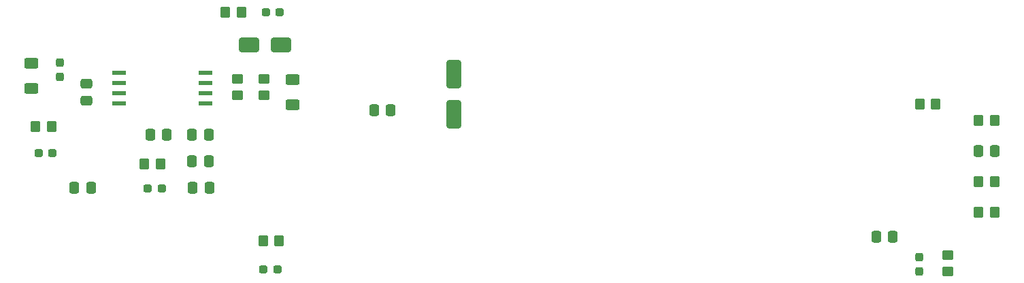
<source format=gbr>
%TF.GenerationSoftware,KiCad,Pcbnew,8.0.7*%
%TF.CreationDate,2025-03-02T22:18:17-05:00*%
%TF.ProjectId,Buck_Converter,4275636b-5f43-46f6-9e76-65727465722e,v0*%
%TF.SameCoordinates,Original*%
%TF.FileFunction,Paste,Top*%
%TF.FilePolarity,Positive*%
%FSLAX46Y46*%
G04 Gerber Fmt 4.6, Leading zero omitted, Abs format (unit mm)*
G04 Created by KiCad (PCBNEW 8.0.7) date 2025-03-02 22:18:17*
%MOMM*%
%LPD*%
G01*
G04 APERTURE LIST*
G04 Aperture macros list*
%AMRoundRect*
0 Rectangle with rounded corners*
0 $1 Rounding radius*
0 $2 $3 $4 $5 $6 $7 $8 $9 X,Y pos of 4 corners*
0 Add a 4 corners polygon primitive as box body*
4,1,4,$2,$3,$4,$5,$6,$7,$8,$9,$2,$3,0*
0 Add four circle primitives for the rounded corners*
1,1,$1+$1,$2,$3*
1,1,$1+$1,$4,$5*
1,1,$1+$1,$6,$7*
1,1,$1+$1,$8,$9*
0 Add four rect primitives between the rounded corners*
20,1,$1+$1,$2,$3,$4,$5,0*
20,1,$1+$1,$4,$5,$6,$7,0*
20,1,$1+$1,$6,$7,$8,$9,0*
20,1,$1+$1,$8,$9,$2,$3,0*%
G04 Aperture macros list end*
%ADD10RoundRect,0.237500X-0.287500X-0.237500X0.287500X-0.237500X0.287500X0.237500X-0.287500X0.237500X0*%
%ADD11RoundRect,0.250000X-0.337500X-0.475000X0.337500X-0.475000X0.337500X0.475000X-0.337500X0.475000X0*%
%ADD12RoundRect,0.250000X-1.000000X-0.650000X1.000000X-0.650000X1.000000X0.650000X-1.000000X0.650000X0*%
%ADD13RoundRect,0.250000X0.475000X-0.337500X0.475000X0.337500X-0.475000X0.337500X-0.475000X-0.337500X0*%
%ADD14RoundRect,0.250000X-0.350000X-0.450000X0.350000X-0.450000X0.350000X0.450000X-0.350000X0.450000X0*%
%ADD15RoundRect,0.250000X0.350000X0.450000X-0.350000X0.450000X-0.350000X-0.450000X0.350000X-0.450000X0*%
%ADD16RoundRect,0.250000X0.625000X-0.400000X0.625000X0.400000X-0.625000X0.400000X-0.625000X-0.400000X0*%
%ADD17RoundRect,0.250000X0.450000X-0.350000X0.450000X0.350000X-0.450000X0.350000X-0.450000X-0.350000X0*%
%ADD18RoundRect,0.237500X-0.237500X0.300000X-0.237500X-0.300000X0.237500X-0.300000X0.237500X0.300000X0*%
%ADD19RoundRect,0.237500X0.287500X0.237500X-0.287500X0.237500X-0.287500X-0.237500X0.287500X-0.237500X0*%
%ADD20RoundRect,0.250000X0.337500X0.475000X-0.337500X0.475000X-0.337500X-0.475000X0.337500X-0.475000X0*%
%ADD21RoundRect,0.250000X0.650000X-1.500000X0.650000X1.500000X-0.650000X1.500000X-0.650000X-1.500000X0*%
%ADD22RoundRect,0.237500X0.237500X-0.287500X0.237500X0.287500X-0.237500X0.287500X-0.237500X-0.287500X0*%
%ADD23R,1.701800X0.558800*%
G04 APERTURE END LIST*
D10*
%TO.C,D3*%
X53989000Y-118110000D03*
X55739000Y-118110000D03*
%TD*%
D11*
%TO.C,C11*%
X45152500Y-104648000D03*
X47227500Y-104648000D03*
%TD*%
D12*
%TO.C,D6*%
X52185200Y-90170000D03*
X56185200Y-90170000D03*
%TD*%
D13*
%TO.C,C8*%
X32004000Y-97049500D03*
X32004000Y-94974500D03*
%TD*%
D14*
%TO.C,R5*%
X39220000Y-104942000D03*
X41220000Y-104942000D03*
%TD*%
D15*
%TO.C,R13*%
X51257200Y-86106000D03*
X49257200Y-86106000D03*
%TD*%
D16*
%TO.C,R12*%
X57607200Y-97588000D03*
X57607200Y-94488000D03*
%TD*%
D17*
%TO.C,R10*%
X54051200Y-96370000D03*
X54051200Y-94370000D03*
%TD*%
D10*
%TO.C,D2*%
X39637500Y-107998000D03*
X41387500Y-107998000D03*
%TD*%
D15*
%TO.C,R4*%
X137668000Y-97536000D03*
X135668000Y-97536000D03*
%TD*%
D10*
%TO.C,D7*%
X54305200Y-86106000D03*
X56055200Y-86106000D03*
%TD*%
D17*
%TO.C,R11*%
X50749200Y-96370000D03*
X50749200Y-94370000D03*
%TD*%
D18*
%TO.C,C9*%
X28702000Y-92355500D03*
X28702000Y-94080500D03*
%TD*%
D11*
%TO.C,C10*%
X45132500Y-101346000D03*
X47207500Y-101346000D03*
%TD*%
D19*
%TO.C,D5*%
X27783000Y-103632000D03*
X26033000Y-103632000D03*
%TD*%
D15*
%TO.C,R2*%
X145018000Y-110998000D03*
X143018000Y-110998000D03*
%TD*%
D20*
%TO.C,C7*%
X42001500Y-101346000D03*
X39926500Y-101346000D03*
%TD*%
D11*
%TO.C,C4*%
X67796500Y-98298000D03*
X69871500Y-98298000D03*
%TD*%
D15*
%TO.C,R1*%
X145018000Y-107188000D03*
X143018000Y-107188000D03*
%TD*%
D11*
%TO.C,C12*%
X45239000Y-107950000D03*
X47314000Y-107950000D03*
%TD*%
D15*
%TO.C,R3*%
X145002000Y-99568000D03*
X143002000Y-99568000D03*
%TD*%
D16*
%TO.C,R9*%
X25146000Y-95556000D03*
X25146000Y-92456000D03*
%TD*%
D17*
%TO.C,R7*%
X139192000Y-118332000D03*
X139192000Y-116332000D03*
%TD*%
D21*
%TO.C,D1*%
X77724000Y-98766000D03*
X77724000Y-93766000D03*
%TD*%
D11*
%TO.C,C6*%
X30507000Y-107950000D03*
X32582000Y-107950000D03*
%TD*%
D15*
%TO.C,R8*%
X27670000Y-100330000D03*
X25670000Y-100330000D03*
%TD*%
D22*
%TO.C,D4*%
X135636000Y-118345000D03*
X135636000Y-116595000D03*
%TD*%
D14*
%TO.C,R6*%
X53977000Y-114554000D03*
X55977000Y-114554000D03*
%TD*%
D11*
%TO.C,C1*%
X142959000Y-103378000D03*
X145034000Y-103378000D03*
%TD*%
%TO.C,C2*%
X130259000Y-114046000D03*
X132334000Y-114046000D03*
%TD*%
D23*
%TO.C,U3*%
X36017200Y-93599000D03*
X36017200Y-94869000D03*
X36017200Y-96139000D03*
X36017200Y-97409000D03*
X46786800Y-97409000D03*
X46786800Y-96139000D03*
X46786800Y-94869000D03*
X46786800Y-93599000D03*
%TD*%
M02*

</source>
